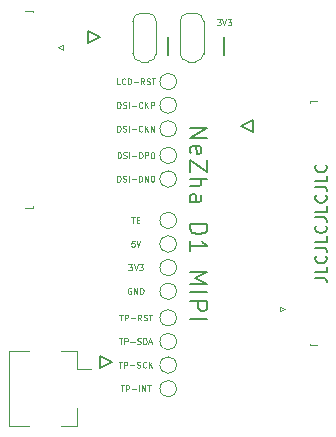
<source format=gbr>
%TF.GenerationSoftware,KiCad,Pcbnew,5.99.0-unknown-ad1ee958b0~131~ubuntu20.04.1*%
%TF.CreationDate,2021-09-09T23:45:53+08:00*%
%TF.ProjectId,di-mipi-lcd,64692d6d-6970-4692-9d6c-63642e6b6963,rev?*%
%TF.SameCoordinates,Original*%
%TF.FileFunction,Legend,Top*%
%TF.FilePolarity,Positive*%
%FSLAX46Y46*%
G04 Gerber Fmt 4.6, Leading zero omitted, Abs format (unit mm)*
G04 Created by KiCad (PCBNEW 5.99.0-unknown-ad1ee958b0~131~ubuntu20.04.1) date 2021-09-09 23:45:53*
%MOMM*%
%LPD*%
G01*
G04 APERTURE LIST*
%ADD10C,0.150000*%
%ADD11C,0.100000*%
%ADD12C,0.200000*%
%ADD13C,0.120000*%
G04 APERTURE END LIST*
D10*
X138250000Y-100750000D02*
X138250000Y-101766000D01*
X145000000Y-101250000D02*
X145000000Y-102750000D01*
X139266000Y-101258000D02*
X138250000Y-100750000D01*
X139250000Y-129266000D02*
X140266000Y-128758000D01*
X140266000Y-128758000D02*
X139250000Y-128250000D01*
X149750000Y-101250000D02*
X149750000Y-102750000D01*
X151130000Y-108754000D02*
X152146000Y-109262000D01*
X152146000Y-108246000D02*
X151130000Y-108754000D01*
X138250000Y-101766000D02*
X139266000Y-101258000D01*
X139250000Y-128250000D02*
X139250000Y-129266000D01*
X152146000Y-109262000D02*
X152146000Y-108246000D01*
D11*
X140702380Y-113476190D02*
X140702380Y-112976190D01*
X140821428Y-112976190D01*
X140892857Y-113000000D01*
X140940476Y-113047619D01*
X140964285Y-113095238D01*
X140988095Y-113190476D01*
X140988095Y-113261904D01*
X140964285Y-113357142D01*
X140940476Y-113404761D01*
X140892857Y-113452380D01*
X140821428Y-113476190D01*
X140702380Y-113476190D01*
X141178571Y-113452380D02*
X141250000Y-113476190D01*
X141369047Y-113476190D01*
X141416666Y-113452380D01*
X141440476Y-113428571D01*
X141464285Y-113380952D01*
X141464285Y-113333333D01*
X141440476Y-113285714D01*
X141416666Y-113261904D01*
X141369047Y-113238095D01*
X141273809Y-113214285D01*
X141226190Y-113190476D01*
X141202380Y-113166666D01*
X141178571Y-113119047D01*
X141178571Y-113071428D01*
X141202380Y-113023809D01*
X141226190Y-113000000D01*
X141273809Y-112976190D01*
X141392857Y-112976190D01*
X141464285Y-113000000D01*
X141678571Y-113476190D02*
X141678571Y-112976190D01*
X141916666Y-113285714D02*
X142297619Y-113285714D01*
X142535714Y-113476190D02*
X142535714Y-112976190D01*
X142654761Y-112976190D01*
X142726190Y-113000000D01*
X142773809Y-113047619D01*
X142797619Y-113095238D01*
X142821428Y-113190476D01*
X142821428Y-113261904D01*
X142797619Y-113357142D01*
X142773809Y-113404761D01*
X142726190Y-113452380D01*
X142654761Y-113476190D01*
X142535714Y-113476190D01*
X143035714Y-113476190D02*
X143035714Y-112976190D01*
X143321428Y-113476190D01*
X143321428Y-112976190D01*
X143654761Y-112976190D02*
X143702380Y-112976190D01*
X143750000Y-113000000D01*
X143773809Y-113023809D01*
X143797619Y-113071428D01*
X143821428Y-113166666D01*
X143821428Y-113285714D01*
X143797619Y-113380952D01*
X143773809Y-113428571D01*
X143750000Y-113452380D01*
X143702380Y-113476190D01*
X143654761Y-113476190D01*
X143607142Y-113452380D01*
X143583333Y-113428571D01*
X143559523Y-113380952D01*
X143535714Y-113285714D01*
X143535714Y-113166666D01*
X143559523Y-113071428D01*
X143583333Y-113023809D01*
X143607142Y-113000000D01*
X143654761Y-112976190D01*
X141869047Y-122500000D02*
X141821428Y-122476190D01*
X141750000Y-122476190D01*
X141678571Y-122500000D01*
X141630952Y-122547619D01*
X141607142Y-122595238D01*
X141583333Y-122690476D01*
X141583333Y-122761904D01*
X141607142Y-122857142D01*
X141630952Y-122904761D01*
X141678571Y-122952380D01*
X141750000Y-122976190D01*
X141797619Y-122976190D01*
X141869047Y-122952380D01*
X141892857Y-122928571D01*
X141892857Y-122761904D01*
X141797619Y-122761904D01*
X142107142Y-122976190D02*
X142107142Y-122476190D01*
X142392857Y-122976190D01*
X142392857Y-122476190D01*
X142630952Y-122976190D02*
X142630952Y-122476190D01*
X142750000Y-122476190D01*
X142821428Y-122500000D01*
X142869047Y-122547619D01*
X142892857Y-122595238D01*
X142916666Y-122690476D01*
X142916666Y-122761904D01*
X142892857Y-122857142D01*
X142869047Y-122904761D01*
X142821428Y-122952380D01*
X142750000Y-122976190D01*
X142630952Y-122976190D01*
D12*
X146821428Y-108928571D02*
X148321428Y-108928571D01*
X146821428Y-109785714D01*
X148321428Y-109785714D01*
X146892857Y-111071428D02*
X146821428Y-110928571D01*
X146821428Y-110642857D01*
X146892857Y-110500000D01*
X147035714Y-110428571D01*
X147607142Y-110428571D01*
X147750000Y-110500000D01*
X147821428Y-110642857D01*
X147821428Y-110928571D01*
X147750000Y-111071428D01*
X147607142Y-111142857D01*
X147464285Y-111142857D01*
X147321428Y-110428571D01*
X148321428Y-111642857D02*
X148321428Y-112642857D01*
X146821428Y-111642857D01*
X146821428Y-112642857D01*
X146821428Y-113214285D02*
X148321428Y-113214285D01*
X146821428Y-113857142D02*
X147607142Y-113857142D01*
X147750000Y-113785714D01*
X147821428Y-113642857D01*
X147821428Y-113428571D01*
X147750000Y-113285714D01*
X147678571Y-113214285D01*
X146821428Y-115214285D02*
X147607142Y-115214285D01*
X147750000Y-115142857D01*
X147821428Y-115000000D01*
X147821428Y-114714285D01*
X147750000Y-114571428D01*
X146892857Y-115214285D02*
X146821428Y-115071428D01*
X146821428Y-114714285D01*
X146892857Y-114571428D01*
X147035714Y-114500000D01*
X147178571Y-114500000D01*
X147321428Y-114571428D01*
X147392857Y-114714285D01*
X147392857Y-115071428D01*
X147464285Y-115214285D01*
X146821428Y-117071428D02*
X148321428Y-117071428D01*
X148321428Y-117428571D01*
X148250000Y-117642857D01*
X148107142Y-117785714D01*
X147964285Y-117857142D01*
X147678571Y-117928571D01*
X147464285Y-117928571D01*
X147178571Y-117857142D01*
X147035714Y-117785714D01*
X146892857Y-117642857D01*
X146821428Y-117428571D01*
X146821428Y-117071428D01*
X146821428Y-119357142D02*
X146821428Y-118500000D01*
X146821428Y-118928571D02*
X148321428Y-118928571D01*
X148107142Y-118785714D01*
X147964285Y-118642857D01*
X147892857Y-118500000D01*
X146821428Y-121142857D02*
X148321428Y-121142857D01*
X147250000Y-121642857D01*
X148321428Y-122142857D01*
X146821428Y-122142857D01*
X146821428Y-122857142D02*
X148321428Y-122857142D01*
X146821428Y-123571428D02*
X148321428Y-123571428D01*
X148321428Y-124142857D01*
X148250000Y-124285714D01*
X148178571Y-124357142D01*
X148035714Y-124428571D01*
X147821428Y-124428571D01*
X147678571Y-124357142D01*
X147607142Y-124285714D01*
X147535714Y-124142857D01*
X147535714Y-123571428D01*
X146821428Y-125071428D02*
X148321428Y-125071428D01*
D11*
X140714285Y-111476190D02*
X140714285Y-110976190D01*
X140833333Y-110976190D01*
X140904761Y-111000000D01*
X140952380Y-111047619D01*
X140976190Y-111095238D01*
X141000000Y-111190476D01*
X141000000Y-111261904D01*
X140976190Y-111357142D01*
X140952380Y-111404761D01*
X140904761Y-111452380D01*
X140833333Y-111476190D01*
X140714285Y-111476190D01*
X141190476Y-111452380D02*
X141261904Y-111476190D01*
X141380952Y-111476190D01*
X141428571Y-111452380D01*
X141452380Y-111428571D01*
X141476190Y-111380952D01*
X141476190Y-111333333D01*
X141452380Y-111285714D01*
X141428571Y-111261904D01*
X141380952Y-111238095D01*
X141285714Y-111214285D01*
X141238095Y-111190476D01*
X141214285Y-111166666D01*
X141190476Y-111119047D01*
X141190476Y-111071428D01*
X141214285Y-111023809D01*
X141238095Y-111000000D01*
X141285714Y-110976190D01*
X141404761Y-110976190D01*
X141476190Y-111000000D01*
X141690476Y-111476190D02*
X141690476Y-110976190D01*
X141928571Y-111285714D02*
X142309523Y-111285714D01*
X142547619Y-111476190D02*
X142547619Y-110976190D01*
X142666666Y-110976190D01*
X142738095Y-111000000D01*
X142785714Y-111047619D01*
X142809523Y-111095238D01*
X142833333Y-111190476D01*
X142833333Y-111261904D01*
X142809523Y-111357142D01*
X142785714Y-111404761D01*
X142738095Y-111452380D01*
X142666666Y-111476190D01*
X142547619Y-111476190D01*
X143047619Y-111476190D02*
X143047619Y-110976190D01*
X143238095Y-110976190D01*
X143285714Y-111000000D01*
X143309523Y-111023809D01*
X143333333Y-111071428D01*
X143333333Y-111142857D01*
X143309523Y-111190476D01*
X143285714Y-111214285D01*
X143238095Y-111238095D01*
X143047619Y-111238095D01*
X143642857Y-110976190D02*
X143690476Y-110976190D01*
X143738095Y-111000000D01*
X143761904Y-111023809D01*
X143785714Y-111071428D01*
X143809523Y-111166666D01*
X143809523Y-111285714D01*
X143785714Y-111380952D01*
X143761904Y-111428571D01*
X143738095Y-111452380D01*
X143690476Y-111476190D01*
X143642857Y-111476190D01*
X143595238Y-111452380D01*
X143571428Y-111428571D01*
X143547619Y-111380952D01*
X143523809Y-111285714D01*
X143523809Y-111166666D01*
X143547619Y-111071428D01*
X143571428Y-111023809D01*
X143595238Y-111000000D01*
X143642857Y-110976190D01*
D10*
X157452380Y-121619047D02*
X158166666Y-121619047D01*
X158309523Y-121666666D01*
X158404761Y-121761904D01*
X158452380Y-121904761D01*
X158452380Y-122000000D01*
X158452380Y-120666666D02*
X158452380Y-121142857D01*
X157452380Y-121142857D01*
X158357142Y-119761904D02*
X158404761Y-119809523D01*
X158452380Y-119952380D01*
X158452380Y-120047619D01*
X158404761Y-120190476D01*
X158309523Y-120285714D01*
X158214285Y-120333333D01*
X158023809Y-120380952D01*
X157880952Y-120380952D01*
X157690476Y-120333333D01*
X157595238Y-120285714D01*
X157500000Y-120190476D01*
X157452380Y-120047619D01*
X157452380Y-119952380D01*
X157500000Y-119809523D01*
X157547619Y-119761904D01*
X157452380Y-119047619D02*
X158166666Y-119047619D01*
X158309523Y-119095238D01*
X158404761Y-119190476D01*
X158452380Y-119333333D01*
X158452380Y-119428571D01*
X158452380Y-118095238D02*
X158452380Y-118571428D01*
X157452380Y-118571428D01*
X158357142Y-117190476D02*
X158404761Y-117238095D01*
X158452380Y-117380952D01*
X158452380Y-117476190D01*
X158404761Y-117619047D01*
X158309523Y-117714285D01*
X158214285Y-117761904D01*
X158023809Y-117809523D01*
X157880952Y-117809523D01*
X157690476Y-117761904D01*
X157595238Y-117714285D01*
X157500000Y-117619047D01*
X157452380Y-117476190D01*
X157452380Y-117380952D01*
X157500000Y-117238095D01*
X157547619Y-117190476D01*
X157452380Y-116476190D02*
X158166666Y-116476190D01*
X158309523Y-116523809D01*
X158404761Y-116619047D01*
X158452380Y-116761904D01*
X158452380Y-116857142D01*
X158452380Y-115523809D02*
X158452380Y-116000000D01*
X157452380Y-116000000D01*
X158357142Y-114619047D02*
X158404761Y-114666666D01*
X158452380Y-114809523D01*
X158452380Y-114904761D01*
X158404761Y-115047619D01*
X158309523Y-115142857D01*
X158214285Y-115190476D01*
X158023809Y-115238095D01*
X157880952Y-115238095D01*
X157690476Y-115190476D01*
X157595238Y-115142857D01*
X157500000Y-115047619D01*
X157452380Y-114904761D01*
X157452380Y-114809523D01*
X157500000Y-114666666D01*
X157547619Y-114619047D01*
X157452380Y-113904761D02*
X158166666Y-113904761D01*
X158309523Y-113952380D01*
X158404761Y-114047619D01*
X158452380Y-114190476D01*
X158452380Y-114285714D01*
X158452380Y-112952380D02*
X158452380Y-113428571D01*
X157452380Y-113428571D01*
X158357142Y-112047619D02*
X158404761Y-112095238D01*
X158452380Y-112238095D01*
X158452380Y-112333333D01*
X158404761Y-112476190D01*
X158309523Y-112571428D01*
X158214285Y-112619047D01*
X158023809Y-112666666D01*
X157880952Y-112666666D01*
X157690476Y-112619047D01*
X157595238Y-112571428D01*
X157500000Y-112476190D01*
X157452380Y-112333333D01*
X157452380Y-112238095D01*
X157500000Y-112095238D01*
X157547619Y-112047619D01*
D11*
X140809523Y-128726190D02*
X141095238Y-128726190D01*
X140952380Y-129226190D02*
X140952380Y-128726190D01*
X141261904Y-129226190D02*
X141261904Y-128726190D01*
X141452380Y-128726190D01*
X141500000Y-128750000D01*
X141523809Y-128773809D01*
X141547619Y-128821428D01*
X141547619Y-128892857D01*
X141523809Y-128940476D01*
X141500000Y-128964285D01*
X141452380Y-128988095D01*
X141261904Y-128988095D01*
X141761904Y-129035714D02*
X142142857Y-129035714D01*
X142357142Y-129202380D02*
X142428571Y-129226190D01*
X142547619Y-129226190D01*
X142595238Y-129202380D01*
X142619047Y-129178571D01*
X142642857Y-129130952D01*
X142642857Y-129083333D01*
X142619047Y-129035714D01*
X142595238Y-129011904D01*
X142547619Y-128988095D01*
X142452380Y-128964285D01*
X142404761Y-128940476D01*
X142380952Y-128916666D01*
X142357142Y-128869047D01*
X142357142Y-128821428D01*
X142380952Y-128773809D01*
X142404761Y-128750000D01*
X142452380Y-128726190D01*
X142571428Y-128726190D01*
X142642857Y-128750000D01*
X143142857Y-129178571D02*
X143119047Y-129202380D01*
X143047619Y-129226190D01*
X143000000Y-129226190D01*
X142928571Y-129202380D01*
X142880952Y-129154761D01*
X142857142Y-129107142D01*
X142833333Y-129011904D01*
X142833333Y-128940476D01*
X142857142Y-128845238D01*
X142880952Y-128797619D01*
X142928571Y-128750000D01*
X143000000Y-128726190D01*
X143047619Y-128726190D01*
X143119047Y-128750000D01*
X143142857Y-128773809D01*
X143357142Y-129226190D02*
X143357142Y-128726190D01*
X143642857Y-129226190D02*
X143428571Y-128940476D01*
X143642857Y-128726190D02*
X143357142Y-129011904D01*
X142154761Y-118476190D02*
X141916666Y-118476190D01*
X141892857Y-118714285D01*
X141916666Y-118690476D01*
X141964285Y-118666666D01*
X142083333Y-118666666D01*
X142130952Y-118690476D01*
X142154761Y-118714285D01*
X142178571Y-118761904D01*
X142178571Y-118880952D01*
X142154761Y-118928571D01*
X142130952Y-118952380D01*
X142083333Y-118976190D01*
X141964285Y-118976190D01*
X141916666Y-118952380D01*
X141892857Y-118928571D01*
X142321428Y-118476190D02*
X142488095Y-118976190D01*
X142654761Y-118476190D01*
X149130952Y-99726190D02*
X149440476Y-99726190D01*
X149273809Y-99916666D01*
X149345238Y-99916666D01*
X149392857Y-99940476D01*
X149416666Y-99964285D01*
X149440476Y-100011904D01*
X149440476Y-100130952D01*
X149416666Y-100178571D01*
X149392857Y-100202380D01*
X149345238Y-100226190D01*
X149202380Y-100226190D01*
X149154761Y-100202380D01*
X149130952Y-100178571D01*
X149583333Y-99726190D02*
X149750000Y-100226190D01*
X149916666Y-99726190D01*
X150035714Y-99726190D02*
X150345238Y-99726190D01*
X150178571Y-99916666D01*
X150250000Y-99916666D01*
X150297619Y-99940476D01*
X150321428Y-99964285D01*
X150345238Y-100011904D01*
X150345238Y-100130952D01*
X150321428Y-100178571D01*
X150297619Y-100202380D01*
X150250000Y-100226190D01*
X150107142Y-100226190D01*
X150059523Y-100202380D01*
X150035714Y-100178571D01*
X140976190Y-130726190D02*
X141261904Y-130726190D01*
X141119047Y-131226190D02*
X141119047Y-130726190D01*
X141428571Y-131226190D02*
X141428571Y-130726190D01*
X141619047Y-130726190D01*
X141666666Y-130750000D01*
X141690476Y-130773809D01*
X141714285Y-130821428D01*
X141714285Y-130892857D01*
X141690476Y-130940476D01*
X141666666Y-130964285D01*
X141619047Y-130988095D01*
X141428571Y-130988095D01*
X141928571Y-131035714D02*
X142309523Y-131035714D01*
X142547619Y-131226190D02*
X142547619Y-130726190D01*
X142785714Y-131226190D02*
X142785714Y-130726190D01*
X143071428Y-131226190D01*
X143071428Y-130726190D01*
X143238095Y-130726190D02*
X143523809Y-130726190D01*
X143380952Y-131226190D02*
X143380952Y-130726190D01*
X140845238Y-126726190D02*
X141130952Y-126726190D01*
X140988095Y-127226190D02*
X140988095Y-126726190D01*
X141297619Y-127226190D02*
X141297619Y-126726190D01*
X141488095Y-126726190D01*
X141535714Y-126750000D01*
X141559523Y-126773809D01*
X141583333Y-126821428D01*
X141583333Y-126892857D01*
X141559523Y-126940476D01*
X141535714Y-126964285D01*
X141488095Y-126988095D01*
X141297619Y-126988095D01*
X141797619Y-127035714D02*
X142178571Y-127035714D01*
X142392857Y-127202380D02*
X142464285Y-127226190D01*
X142583333Y-127226190D01*
X142630952Y-127202380D01*
X142654761Y-127178571D01*
X142678571Y-127130952D01*
X142678571Y-127083333D01*
X142654761Y-127035714D01*
X142630952Y-127011904D01*
X142583333Y-126988095D01*
X142488095Y-126964285D01*
X142440476Y-126940476D01*
X142416666Y-126916666D01*
X142392857Y-126869047D01*
X142392857Y-126821428D01*
X142416666Y-126773809D01*
X142440476Y-126750000D01*
X142488095Y-126726190D01*
X142607142Y-126726190D01*
X142678571Y-126750000D01*
X142892857Y-127226190D02*
X142892857Y-126726190D01*
X143011904Y-126726190D01*
X143083333Y-126750000D01*
X143130952Y-126797619D01*
X143154761Y-126845238D01*
X143178571Y-126940476D01*
X143178571Y-127011904D01*
X143154761Y-127107142D01*
X143130952Y-127154761D01*
X143083333Y-127202380D01*
X143011904Y-127226190D01*
X142892857Y-127226190D01*
X143369047Y-127083333D02*
X143607142Y-127083333D01*
X143321428Y-127226190D02*
X143488095Y-126726190D01*
X143654761Y-127226190D01*
X141630952Y-120476190D02*
X141940476Y-120476190D01*
X141773809Y-120666666D01*
X141845238Y-120666666D01*
X141892857Y-120690476D01*
X141916666Y-120714285D01*
X141940476Y-120761904D01*
X141940476Y-120880952D01*
X141916666Y-120928571D01*
X141892857Y-120952380D01*
X141845238Y-120976190D01*
X141702380Y-120976190D01*
X141654761Y-120952380D01*
X141630952Y-120928571D01*
X142083333Y-120476190D02*
X142250000Y-120976190D01*
X142416666Y-120476190D01*
X142535714Y-120476190D02*
X142845238Y-120476190D01*
X142678571Y-120666666D01*
X142750000Y-120666666D01*
X142797619Y-120690476D01*
X142821428Y-120714285D01*
X142845238Y-120761904D01*
X142845238Y-120880952D01*
X142821428Y-120928571D01*
X142797619Y-120952380D01*
X142750000Y-120976190D01*
X142607142Y-120976190D01*
X142559523Y-120952380D01*
X142535714Y-120928571D01*
X140869047Y-124726190D02*
X141154761Y-124726190D01*
X141011904Y-125226190D02*
X141011904Y-124726190D01*
X141321428Y-125226190D02*
X141321428Y-124726190D01*
X141511904Y-124726190D01*
X141559523Y-124750000D01*
X141583333Y-124773809D01*
X141607142Y-124821428D01*
X141607142Y-124892857D01*
X141583333Y-124940476D01*
X141559523Y-124964285D01*
X141511904Y-124988095D01*
X141321428Y-124988095D01*
X141821428Y-125035714D02*
X142202380Y-125035714D01*
X142726190Y-125226190D02*
X142559523Y-124988095D01*
X142440476Y-125226190D02*
X142440476Y-124726190D01*
X142630952Y-124726190D01*
X142678571Y-124750000D01*
X142702380Y-124773809D01*
X142726190Y-124821428D01*
X142726190Y-124892857D01*
X142702380Y-124940476D01*
X142678571Y-124964285D01*
X142630952Y-124988095D01*
X142440476Y-124988095D01*
X142916666Y-125202380D02*
X142988095Y-125226190D01*
X143107142Y-125226190D01*
X143154761Y-125202380D01*
X143178571Y-125178571D01*
X143202380Y-125130952D01*
X143202380Y-125083333D01*
X143178571Y-125035714D01*
X143154761Y-125011904D01*
X143107142Y-124988095D01*
X143011904Y-124964285D01*
X142964285Y-124940476D01*
X142940476Y-124916666D01*
X142916666Y-124869047D01*
X142916666Y-124821428D01*
X142940476Y-124773809D01*
X142964285Y-124750000D01*
X143011904Y-124726190D01*
X143130952Y-124726190D01*
X143202380Y-124750000D01*
X143345238Y-124726190D02*
X143630952Y-124726190D01*
X143488095Y-125226190D02*
X143488095Y-124726190D01*
X140916666Y-105226190D02*
X140678571Y-105226190D01*
X140678571Y-104726190D01*
X141369047Y-105178571D02*
X141345238Y-105202380D01*
X141273809Y-105226190D01*
X141226190Y-105226190D01*
X141154761Y-105202380D01*
X141107142Y-105154761D01*
X141083333Y-105107142D01*
X141059523Y-105011904D01*
X141059523Y-104940476D01*
X141083333Y-104845238D01*
X141107142Y-104797619D01*
X141154761Y-104750000D01*
X141226190Y-104726190D01*
X141273809Y-104726190D01*
X141345238Y-104750000D01*
X141369047Y-104773809D01*
X141583333Y-105226190D02*
X141583333Y-104726190D01*
X141702380Y-104726190D01*
X141773809Y-104750000D01*
X141821428Y-104797619D01*
X141845238Y-104845238D01*
X141869047Y-104940476D01*
X141869047Y-105011904D01*
X141845238Y-105107142D01*
X141821428Y-105154761D01*
X141773809Y-105202380D01*
X141702380Y-105226190D01*
X141583333Y-105226190D01*
X142083333Y-105035714D02*
X142464285Y-105035714D01*
X142988095Y-105226190D02*
X142821428Y-104988095D01*
X142702380Y-105226190D02*
X142702380Y-104726190D01*
X142892857Y-104726190D01*
X142940476Y-104750000D01*
X142964285Y-104773809D01*
X142988095Y-104821428D01*
X142988095Y-104892857D01*
X142964285Y-104940476D01*
X142940476Y-104964285D01*
X142892857Y-104988095D01*
X142702380Y-104988095D01*
X143178571Y-105202380D02*
X143250000Y-105226190D01*
X143369047Y-105226190D01*
X143416666Y-105202380D01*
X143440476Y-105178571D01*
X143464285Y-105130952D01*
X143464285Y-105083333D01*
X143440476Y-105035714D01*
X143416666Y-105011904D01*
X143369047Y-104988095D01*
X143273809Y-104964285D01*
X143226190Y-104940476D01*
X143202380Y-104916666D01*
X143178571Y-104869047D01*
X143178571Y-104821428D01*
X143202380Y-104773809D01*
X143226190Y-104750000D01*
X143273809Y-104726190D01*
X143392857Y-104726190D01*
X143464285Y-104750000D01*
X143607142Y-104726190D02*
X143892857Y-104726190D01*
X143750000Y-105226190D02*
X143750000Y-104726190D01*
X141880952Y-116476190D02*
X142166666Y-116476190D01*
X142023809Y-116976190D02*
X142023809Y-116476190D01*
X142333333Y-116714285D02*
X142500000Y-116714285D01*
X142571428Y-116976190D02*
X142333333Y-116976190D01*
X142333333Y-116476190D01*
X142571428Y-116476190D01*
X140702380Y-107226190D02*
X140702380Y-106726190D01*
X140821428Y-106726190D01*
X140892857Y-106750000D01*
X140940476Y-106797619D01*
X140964285Y-106845238D01*
X140988095Y-106940476D01*
X140988095Y-107011904D01*
X140964285Y-107107142D01*
X140940476Y-107154761D01*
X140892857Y-107202380D01*
X140821428Y-107226190D01*
X140702380Y-107226190D01*
X141178571Y-107202380D02*
X141250000Y-107226190D01*
X141369047Y-107226190D01*
X141416666Y-107202380D01*
X141440476Y-107178571D01*
X141464285Y-107130952D01*
X141464285Y-107083333D01*
X141440476Y-107035714D01*
X141416666Y-107011904D01*
X141369047Y-106988095D01*
X141273809Y-106964285D01*
X141226190Y-106940476D01*
X141202380Y-106916666D01*
X141178571Y-106869047D01*
X141178571Y-106821428D01*
X141202380Y-106773809D01*
X141226190Y-106750000D01*
X141273809Y-106726190D01*
X141392857Y-106726190D01*
X141464285Y-106750000D01*
X141678571Y-107226190D02*
X141678571Y-106726190D01*
X141916666Y-107035714D02*
X142297619Y-107035714D01*
X142821428Y-107178571D02*
X142797619Y-107202380D01*
X142726190Y-107226190D01*
X142678571Y-107226190D01*
X142607142Y-107202380D01*
X142559523Y-107154761D01*
X142535714Y-107107142D01*
X142511904Y-107011904D01*
X142511904Y-106940476D01*
X142535714Y-106845238D01*
X142559523Y-106797619D01*
X142607142Y-106750000D01*
X142678571Y-106726190D01*
X142726190Y-106726190D01*
X142797619Y-106750000D01*
X142821428Y-106773809D01*
X143035714Y-107226190D02*
X143035714Y-106726190D01*
X143321428Y-107226190D02*
X143107142Y-106940476D01*
X143321428Y-106726190D02*
X143035714Y-107011904D01*
X143535714Y-107226190D02*
X143535714Y-106726190D01*
X143726190Y-106726190D01*
X143773809Y-106750000D01*
X143797619Y-106773809D01*
X143821428Y-106821428D01*
X143821428Y-106892857D01*
X143797619Y-106940476D01*
X143773809Y-106964285D01*
X143726190Y-106988095D01*
X143535714Y-106988095D01*
X140690476Y-109226190D02*
X140690476Y-108726190D01*
X140809523Y-108726190D01*
X140880952Y-108750000D01*
X140928571Y-108797619D01*
X140952380Y-108845238D01*
X140976190Y-108940476D01*
X140976190Y-109011904D01*
X140952380Y-109107142D01*
X140928571Y-109154761D01*
X140880952Y-109202380D01*
X140809523Y-109226190D01*
X140690476Y-109226190D01*
X141166666Y-109202380D02*
X141238095Y-109226190D01*
X141357142Y-109226190D01*
X141404761Y-109202380D01*
X141428571Y-109178571D01*
X141452380Y-109130952D01*
X141452380Y-109083333D01*
X141428571Y-109035714D01*
X141404761Y-109011904D01*
X141357142Y-108988095D01*
X141261904Y-108964285D01*
X141214285Y-108940476D01*
X141190476Y-108916666D01*
X141166666Y-108869047D01*
X141166666Y-108821428D01*
X141190476Y-108773809D01*
X141214285Y-108750000D01*
X141261904Y-108726190D01*
X141380952Y-108726190D01*
X141452380Y-108750000D01*
X141666666Y-109226190D02*
X141666666Y-108726190D01*
X141904761Y-109035714D02*
X142285714Y-109035714D01*
X142809523Y-109178571D02*
X142785714Y-109202380D01*
X142714285Y-109226190D01*
X142666666Y-109226190D01*
X142595238Y-109202380D01*
X142547619Y-109154761D01*
X142523809Y-109107142D01*
X142500000Y-109011904D01*
X142500000Y-108940476D01*
X142523809Y-108845238D01*
X142547619Y-108797619D01*
X142595238Y-108750000D01*
X142666666Y-108726190D01*
X142714285Y-108726190D01*
X142785714Y-108750000D01*
X142809523Y-108773809D01*
X143023809Y-109226190D02*
X143023809Y-108726190D01*
X143309523Y-109226190D02*
X143095238Y-108940476D01*
X143309523Y-108726190D02*
X143023809Y-109011904D01*
X143523809Y-109226190D02*
X143523809Y-108726190D01*
X143809523Y-109226190D01*
X143809523Y-108726190D01*
D13*
%TO.C,TP2*%
X145700000Y-113250000D02*
G75*
G03*
X145700000Y-113250000I-700000J0D01*
G01*
%TO.C,TP5*%
X145700000Y-127000000D02*
G75*
G03*
X145700000Y-127000000I-700000J0D01*
G01*
%TO.C,TP1*%
X145700000Y-111250000D02*
G75*
G03*
X145700000Y-111250000I-700000J0D01*
G01*
%TO.C,TP3*%
X145700000Y-116750000D02*
G75*
G03*
X145700000Y-116750000I-700000J0D01*
G01*
%TO.C,TP13*%
X145700000Y-122750000D02*
G75*
G03*
X145700000Y-122750000I-700000J0D01*
G01*
%TO.C,TP7*%
X145700000Y-131000000D02*
G75*
G03*
X145700000Y-131000000I-700000J0D01*
G01*
%TO.C,J3*%
X137300000Y-129340000D02*
X137300000Y-127850000D01*
X137300000Y-132660000D02*
X137300000Y-134150000D01*
X131500000Y-127850000D02*
X131500000Y-134150000D01*
X133240000Y-127850000D02*
X131500000Y-127850000D01*
X137300000Y-127850000D02*
X135960000Y-127850000D01*
X131500000Y-134150000D02*
X133240000Y-134150000D01*
X137300000Y-134150000D02*
X135960000Y-134150000D01*
X137300000Y-129340000D02*
X138500000Y-129340000D01*
%TO.C,JP2*%
X148000000Y-99850000D02*
X148000000Y-102650000D01*
X147300000Y-103300000D02*
X146700000Y-103300000D01*
X146700000Y-99200000D02*
X147300000Y-99200000D01*
X146000000Y-102650000D02*
X146000000Y-99850000D01*
X147300000Y-99200000D02*
G75*
G02*
X148000000Y-99900000I0J-700000D01*
G01*
X146000000Y-99900000D02*
G75*
G02*
X146700000Y-99200000I700000J0D01*
G01*
X148000000Y-102600000D02*
G75*
G02*
X147300000Y-103300000I-700000J0D01*
G01*
X146700000Y-103300000D02*
G75*
G02*
X146000000Y-102600000I0J700000D01*
G01*
%TO.C,TP12*%
X145700000Y-109000000D02*
G75*
G03*
X145700000Y-109000000I-700000J0D01*
G01*
%TO.C,TP9*%
X145700000Y-118750000D02*
G75*
G03*
X145700000Y-118750000I-700000J0D01*
G01*
%TO.C,TP10*%
X145700000Y-120750000D02*
G75*
G03*
X145700000Y-120750000I-700000J0D01*
G01*
%TO.C,J2*%
X157040000Y-106675000D02*
X157640000Y-106675000D01*
X154450000Y-124050000D02*
X154450000Y-124450000D01*
X154850000Y-124250000D02*
X154450000Y-124050000D01*
X154450000Y-124450000D02*
X154850000Y-124250000D01*
X157040000Y-106785000D02*
X157040000Y-106675000D01*
X157040000Y-127215000D02*
X157040000Y-127325000D01*
X157040000Y-127325000D02*
X157640000Y-127325000D01*
%TO.C,TP8*%
X145700000Y-105000000D02*
G75*
G03*
X145700000Y-105000000I-700000J0D01*
G01*
%TO.C,JP1*%
X142700000Y-99200000D02*
X143300000Y-99200000D01*
X142000000Y-102650000D02*
X142000000Y-99850000D01*
X144000000Y-99850000D02*
X144000000Y-102650000D01*
X143300000Y-103300000D02*
X142700000Y-103300000D01*
X144000000Y-102600000D02*
G75*
G02*
X143300000Y-103300000I-700000J0D01*
G01*
X142000000Y-99900000D02*
G75*
G02*
X142700000Y-99200000I700000J0D01*
G01*
X143300000Y-99200000D02*
G75*
G02*
X144000000Y-99900000I0J-700000D01*
G01*
X142700000Y-103300000D02*
G75*
G02*
X142000000Y-102600000I0J700000D01*
G01*
%TO.C,TP4*%
X145700000Y-125000000D02*
G75*
G03*
X145700000Y-125000000I-700000J0D01*
G01*
%TO.C,J1*%
X136105000Y-102310000D02*
X136105000Y-101910000D01*
X133515000Y-115685000D02*
X132915000Y-115685000D01*
X136105000Y-101910000D02*
X135705000Y-102110000D01*
X133515000Y-99035000D02*
X132915000Y-99035000D01*
X133515000Y-99145000D02*
X133515000Y-99035000D01*
X133515000Y-115575000D02*
X133515000Y-115685000D01*
X135705000Y-102110000D02*
X136105000Y-102310000D01*
%TO.C,TP11*%
X145700000Y-107000000D02*
G75*
G03*
X145700000Y-107000000I-700000J0D01*
G01*
%TO.C,TP6*%
X145700000Y-129000000D02*
G75*
G03*
X145700000Y-129000000I-700000J0D01*
G01*
%TD*%
M02*

</source>
